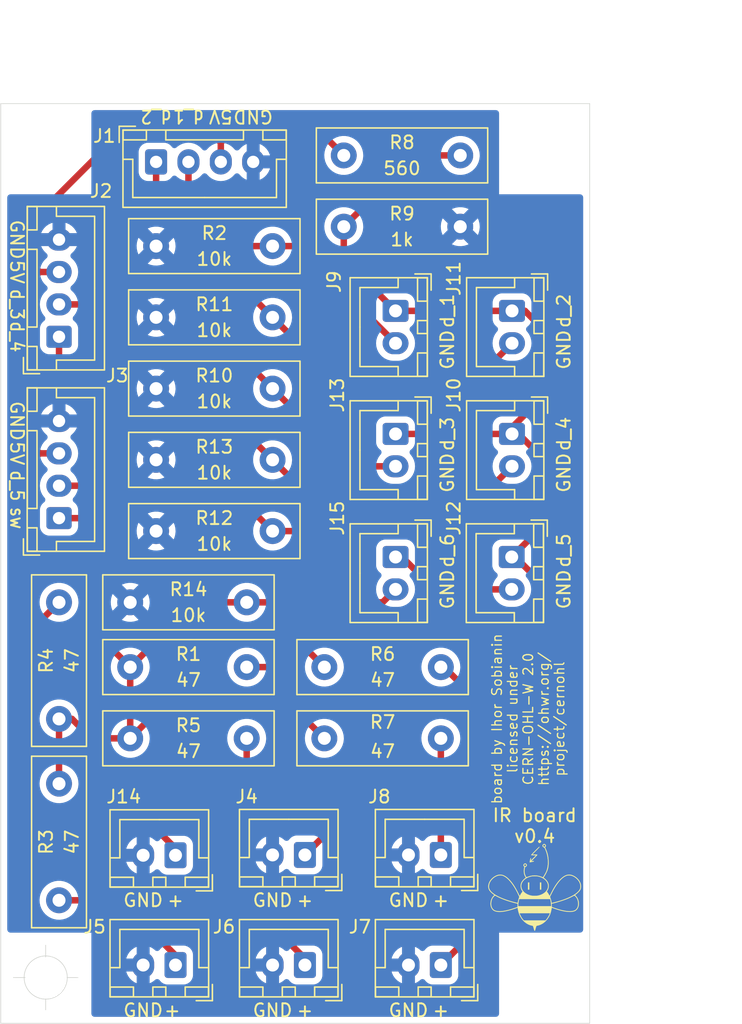
<source format=kicad_pcb>
(kicad_pcb (version 20211014) (generator pcbnew)
  (layers (0 "F.Cu" signal) (31 "B.Cu" signal) (34 "B.Paste" user) (35 "F.Paste" user) (36 "B.SilkS" user "B.Silkscreen") (37 "F.SilkS" user "F.Silkscreen") (38 "B.Mask" user) (39 "F.Mask" user) (44 "Edge.Cuts" user))
  (net 0 "")
  (net 1 "GND")
  (net 2 "+5V")
  (net 3 "d_2")
  (net 4 "d_1")
  (net 5 "d_4")
  (net 6 "d_3")
  (net 7 "d_6")
  (net 8 "d_5")
  (net 9 "Net-(J4-Pad1)")
  (net 10 "Net-(J5-Pad1)")
  (net 11 "Net-(J6-Pad1)")
  (net 12 "Net-(J7-Pad1)")
  (net 13 "Net-(J8-Pad1)")
  (net 14 "+3V3")
  (net 15 "Net-(R4-Pad1)")
  (footprint "Connector_JST:JST_XH_B4B-XH-A_1x04_P2.50mm_Vertical" (layer "F.Cu") (at 94 30)
    (fp_text reference "J1" (at -4 -2) (layer "F.SilkS"))
    (fp_text value "Conn_01x04")
    (pad "1" thru_hole roundrect locked (at 0 0) (size 1.7 1.95) (drill 0.95) (layers *.Cu *.Mask) (roundrect_rratio 0.1470588235) (net 3 "d_2"))
    (pad "2" thru_hole oval locked (at 2.5 0) (size 1.7 1.95) (drill 0.95) (layers *.Cu *.Mask) (net 4 "d_1"))
    (pad "3" thru_hole oval locked (at 5 0) (size 1.7 1.95) (drill 0.95) (layers *.Cu *.Mask) (net 2 "+5V"))
    (pad "4" thru_hole oval locked (at 7.5 0) (size 1.7 1.95) (drill 0.95) (layers *.Cu *.Mask) (net 1 "GND"))
  )
  (footprint "Resistor_THT:R_Box_L13.0mm_W4.0mm_P9.00mm" (layer "F.Cu") (at 92 69)
    (fp_text reference "R1" (at 4.5 -1) (layer "F.SilkS"))
    (fp_text value "47" (at 4.5 1) (layer "F.SilkS"))
    (pad "1" thru_hole circle locked (at 0 0) (size 2 2) (drill 1) (layers *.Cu *.Mask) (net 2 "+5V"))
    (pad "2" thru_hole circle locked (at 9 0) (size 2 2) (drill 1) (layers *.Cu *.Mask) (net 9 "Net-(J4-Pad1)"))
  )
  (footprint "Resistor_THT:R_Box_L13.0mm_W4.0mm_P9.00mm" (layer "F.Cu") (at 103 36.5 180)
    (fp_text reference "R2" (at 4.5 1) (layer "F.SilkS"))
    (fp_text value "10k" (at 4.5 -1) (layer "F.SilkS"))
    (pad "1" thru_hole circle locked (at 0 0 180) (size 2 2) (drill 1) (layers *.Cu *.Mask) (net 4 "d_1"))
    (pad "2" thru_hole circle locked (at 9 0 180) (size 2 2) (drill 1) (layers *.Cu *.Mask) (net 1 "GND"))
  )
  (footprint "logo-beehive:logo-beehive-7_2х6_7mm" (layer "F.Cu") (at 123.25 86)
    (fp_text reference "G***" hide)
    (fp_text value "LOGO" hide)
  )
  (footprint "MountingHole:MountingHole_3.2mm_M3_DIN965" (layer "F.Cu") (at 85.5 29 90)
    (fp_text reference "REF**" hide)
    (fp_text value "MountingHole_3.2mm_M3_DIN965" hide)
    (pad "" np_thru_hole circle locked (at 0 0 90) (size 3.2 3.2) (drill 3.2) (layers *.Cu *.Mask))
  )
  (footprint "MountingHole:MountingHole_3.2mm_M3_DIN965" (layer "F.Cu") (at 124 93 180)
    (fp_text reference "REF**" hide)
    (fp_text value "MountingHole_3.2mm_M3_DIN965" hide)
    (pad "" np_thru_hole circle locked (at 0 0 180) (size 3.2 3.2) (drill 3.2) (layers *.Cu *.Mask))
  )
  (footprint "MountingHole:MountingHole_3.2mm_M3_DIN965" (layer "F.Cu") (at 85.5 93 90)
    (fp_text reference "REF**" hide)
    (fp_text value "MountingHole_3.2mm_M3_DIN965" hide)
    (pad "" np_thru_hole circle locked (at 0 0 90) (size 3.2 3.2) (drill 3.2) (layers *.Cu *.Mask))
  )
  (footprint "MountingHole:MountingHole_3.2mm_M3_DIN965" (layer "F.Cu") (at 124 29 -90)
    (fp_text reference "REF**" hide)
    (fp_text value "MountingHole_3.2mm_M3_DIN965" hide)
    (pad "" np_thru_hole circle locked (at 0 0 270) (size 3.2 3.2) (drill 3.2) (layers *.Cu *.Mask))
  )
  (footprint "Connector_JST:JST_XH_B4B-XH-A_1x04_P2.50mm_Vertical" (layer "F.Cu") (at 86.5 43.5 90)
    (fp_text reference "J2" (at 11.25 3.25 180) (layer "F.SilkS"))
    (fp_text value "Conn_01x04")
    (pad "1" thru_hole roundrect locked (at 0 0 90) (size 1.7 1.95) (drill 0.95) (layers *.Cu *.Mask) (roundrect_rratio 0.1470588235) (net 5 "d_4"))
    (pad "2" thru_hole oval locked (at 2.5 0 90) (size 1.7 1.95) (drill 0.95) (layers *.Cu *.Mask) (net 6 "d_3"))
    (pad "3" thru_hole oval locked (at 5 0 90) (size 1.7 1.95) (drill 0.95) (layers *.Cu *.Mask) (net 2 "+5V"))
    (pad "4" thru_hole oval locked (at 7.5 0 90) (size 1.7 1.95) (drill 0.95) (layers *.Cu *.Mask) (net 1 "GND"))
  )
  (footprint "Connector_JST:JST_XH_B4B-XH-A_1x04_P2.50mm_Vertical" (layer "F.Cu") (at 86.5 57.5 90)
    (fp_text reference "J3" (at 11 4.5 180) (layer "F.SilkS"))
    (fp_text value "Conn_01x04")
    (pad "1" thru_hole roundrect locked (at 0 0 90) (size 1.7 1.95) (drill 0.95) (layers *.Cu *.Mask) (roundrect_rratio 0.1470588235) (net 7 "d_6"))
    (pad "2" thru_hole oval locked (at 2.5 0 90) (size 1.7 1.95) (drill 0.95) (layers *.Cu *.Mask) (net 8 "d_5"))
    (pad "3" thru_hole oval locked (at 5 0 90) (size 1.7 1.95) (drill 0.95) (layers *.Cu *.Mask) (net 2 "+5V"))
    (pad "4" thru_hole oval locked (at 7.5 0 90) (size 1.7 1.95) (drill 0.95) (layers *.Cu *.Mask) (net 1 "GND"))
  )
  (footprint "Connector_JST:JST_XH_B2B-XH-A_1x02_P2.50mm_Vertical" (layer "F.Cu") (at 105.5 83.5 180)
    (fp_text reference "J4" (at 4.5 4.5) (layer "F.SilkS"))
    (fp_text value "Conn_01x02")
    (pad "1" thru_hole roundrect locked (at 0 0 180) (size 1.7 2) (drill 1) (layers *.Cu *.Mask) (roundrect_rratio 0.1470588235) (net 9 "Net-(J4-Pad1)"))
    (pad "2" thru_hole oval locked (at 2.5 0 180) (size 1.7 2) (drill 1) (layers *.Cu *.Mask) (net 1 "GND"))
  )
  (footprint "Connector_JST:JST_XH_B2B-XH-A_1x02_P2.50mm_Vertical" (layer "F.Cu") (at 95.5 92 180)
    (fp_text reference "J5" (at 6.25 2.95) (layer "F.SilkS"))
    (fp_text value "Conn_01x02")
    (pad "1" thru_hole roundrect locked (at 0 0 180) (size 1.7 2) (drill 1) (layers *.Cu *.Mask) (roundrect_rratio 0.1470588235) (net 10 "Net-(J5-Pad1)"))
    (pad "2" thru_hole oval locked (at 2.5 0 180) (size 1.7 2) (drill 1) (layers *.Cu *.Mask) (net 1 "GND"))
  )
  (footprint "Connector_JST:JST_XH_B2B-XH-A_1x02_P2.50mm_Vertical" (layer "F.Cu") (at 105.5 92 180)
    (fp_text reference "J6" (at 6.25 2.95) (layer "F.SilkS"))
    (fp_text value "Conn_01x02")
    (pad "1" thru_hole roundrect locked (at 0 0 180) (size 1.7 2) (drill 1) (layers *.Cu *.Mask) (roundrect_rratio 0.1470588235) (net 11 "Net-(J6-Pad1)"))
    (pad "2" thru_hole oval locked (at 2.5 0 180) (size 1.7 2) (drill 1) (layers *.Cu *.Mask) (net 1 "GND"))
  )
  (footprint "Connector_JST:JST_XH_B2B-XH-A_1x02_P2.50mm_Vertical" (layer "F.Cu") (at 116 92 180)
    (fp_text reference "J7" (at 6.25 2.95) (layer "F.SilkS"))
    (fp_text value "Conn_01x02")
    (pad "1" thru_hole roundrect locked (at 0 0 180) (size 1.7 2) (drill 1) (layers *.Cu *.Mask) (roundrect_rratio 0.1470588235) (net 12 "Net-(J7-Pad1)"))
    (pad "2" thru_hole oval locked (at 2.5 0 180) (size 1.7 2) (drill 1) (layers *.Cu *.Mask) (net 1 "GND"))
  )
  (footprint "Connector_JST:JST_XH_B2B-XH-A_1x02_P2.50mm_Vertical" (layer "F.Cu") (at 116 83.5 180)
    (fp_text reference "J8" (at 4.75 4.5) (layer "F.SilkS"))
    (fp_text value "Conn_01x02")
    (pad "1" thru_hole roundrect locked (at 0 0 180) (size 1.7 2) (drill 1) (layers *.Cu *.Mask) (roundrect_rratio 0.1470588235) (net 13 "Net-(J8-Pad1)"))
    (pad "2" thru_hole oval locked (at 2.5 0 180) (size 1.7 2) (drill 1) (layers *.Cu *.Mask) (net 1 "GND"))
  )
  (footprint "Connector_JST:JST_XH_B2B-XH-A_1x02_P2.50mm_Vertical" (layer "F.Cu") (at 112.5 41.5 -90)
    (fp_text reference "J9" (at -2.25 4.75 90) (layer "F.SilkS"))
    (fp_text value "Conn_01x02")
    (pad "1" thru_hole roundrect locked (at 0 0 270) (size 1.7 2) (drill 1) (layers *.Cu *.Mask) (roundrect_rratio 0.1470588235) (net 14 "+3V3"))
    (pad "2" thru_hole oval locked (at 2.5 0 270) (size 1.7 2) (drill 1) (layers *.Cu *.Mask) (net 4 "d_1"))
  )
  (footprint "Connector_JST:JST_XH_B2B-XH-A_1x02_P2.50mm_Vertical" (layer "F.Cu") (at 121.5 51 -90)
    (fp_text reference "J10" (at -3 4.5 90) (layer "F.SilkS"))
    (fp_text value "Conn_01x02")
    (pad "1" thru_hole roundrect locked (at 0 0 270) (size 1.7 2) (drill 1) (layers *.Cu *.Mask) (roundrect_rratio 0.1470588235) (net 14 "+3V3"))
    (pad "2" thru_hole oval locked (at 2.5 0 270) (size 1.7 2) (drill 1) (layers *.Cu *.Mask) (net 5 "d_4"))
  )
  (footprint "Connector_JST:JST_XH_B2B-XH-A_1x02_P2.50mm_Vertical" (layer "F.Cu") (at 121.5 41.5 -90)
    (fp_text reference "J11" (at -2.5 4.5 90) (layer "F.SilkS"))
    (fp_text value "Conn_01x02")
    (pad "1" thru_hole roundrect locked (at 0 0 270) (size 1.7 2) (drill 1) (layers *.Cu *.Mask) (roundrect_rratio 0.1470588235) (net 14 "+3V3"))
    (pad "2" thru_hole oval locked (at 2.5 0 270) (size 1.7 2) (drill 1) (layers *.Cu *.Mask) (net 3 "d_2"))
  )
  (footprint "Connector_JST:JST_XH_B2B-XH-A_1x02_P2.50mm_Vertical" (layer "F.Cu") (at 121.475 60.5 -90)
    (fp_text reference "J12" (at -3 4.475 90) (layer "F.SilkS"))
    (fp_text value "Conn_01x02")
    (pad "1" thru_hole roundrect locked (at 0 0 270) (size 1.7 2) (drill 1) (layers *.Cu *.Mask) (roundrect_rratio 0.1470588235) (net 14 "+3V3"))
    (pad "2" thru_hole oval locked (at 2.5 0 270) (size 1.7 2) (drill 1) (layers *.Cu *.Mask) (net 8 "d_5"))
  )
  (footprint "Connector_JST:JST_XH_B2B-XH-A_1x02_P2.50mm_Vertical" (layer "F.Cu") (at 112.5 51 -90)
    (fp_text reference "J13" (at -3 4.5 90) (layer "F.SilkS"))
    (fp_text value "Conn_01x02")
    (pad "1" thru_hole roundrect locked (at 0 0 270) (size 1.7 2) (drill 1) (layers *.Cu *.Mask) (roundrect_rratio 0.1470588235) (net 14 "+3V3"))
    (pad "2" thru_hole oval locked (at 2.5 0 270) (size 1.7 2) (drill 1) (layers *.Cu *.Mask) (net 6 "d_3"))
  )
  (footprint "Resistor_THT:R_Box_L13.0mm_W4.0mm_P9.00mm" (layer "F.Cu") (at 86.5 78 -90)
    (fp_text reference "R3" (at 4.5 1 90) (layer "F.SilkS"))
    (fp_text value "47" (at 4.5 -1 90) (layer "F.SilkS"))
    (pad "1" thru_hole circle locked (at 0 0 270) (size 2 2) (drill 1) (layers *.Cu *.Mask) (net 2 "+5V"))
    (pad "2" thru_hole circle locked (at 9 0 270) (size 2 2) (drill 1) (layers *.Cu *.Mask) (net 10 "Net-(J5-Pad1)"))
  )
  (footprint "Resistor_THT:R_Box_L13.0mm_W4.0mm_P9.00mm" (layer "F.Cu") (at 86.5 64 -90)
    (fp_text reference "R4" (at 4.5 1 -270) (layer "F.SilkS"))
    (fp_text value "47" (at 4.5 -1 -270) (layer "F.SilkS"))
    (pad "1" thru_hole circle locked (at 0 0 270) (size 2 2) (drill 1) (layers *.Cu *.Mask) (net 15 "Net-(R4-Pad1)"))
    (pad "2" thru_hole circle locked (at 9 0 270) (size 2 2) (drill 1) (layers *.Cu *.Mask) (net 2 "+5V"))
  )
  (footprint "Resistor_THT:R_Box_L13.0mm_W4.0mm_P9.00mm" (layer "F.Cu") (at 92 74.5)
    (fp_text reference "R5" (at 4.5 -1) (layer "F.SilkS"))
    (fp_text value "47" (at 4.5 1) (layer "F.SilkS"))
    (pad "1" thru_hole circle locked (at 0 0) (size 2 2) (drill 1) (layers *.Cu *.Mask) (net 2 "+5V"))
    (pad "2" thru_hole circle locked (at 9 0) (size 2 2) (drill 1) (layers *.Cu *.Mask) (net 11 "Net-(J6-Pad1)"))
  )
  (footprint "Resistor_THT:R_Box_L13.0mm_W4.0mm_P9.00mm" (layer "F.Cu") (at 107 69)
    (fp_text reference "R6" (at 4.5 -1) (layer "F.SilkS"))
    (fp_text value "47" (at 4.5 1) (layer "F.SilkS"))
    (pad "1" thru_hole circle locked (at 0 0) (size 2 2) (drill 1) (layers *.Cu *.Mask) (net 2 "+5V"))
    (pad "2" thru_hole circle locked (at 9 0) (size 2 2) (drill 1) (layers *.Cu *.Mask) (net 12 "Net-(J7-Pad1)"))
  )
  (footprint "Resistor_THT:R_Box_L13.0mm_W4.0mm_P9.00mm" (layer "F.Cu") (at 107 74.5)
    (fp_text reference "R7" (at 4.5 -1.25) (layer "F.SilkS"))
    (fp_text value "47" (at 4.5 1) (layer "F.SilkS"))
    (pad "1" thru_hole circle locked (at 0 0) (size 2 2) (drill 1) (layers *.Cu *.Mask) (net 2 "+5V"))
    (pad "2" thru_hole circle locked (at 9 0) (size 2 2) (drill 1) (layers *.Cu *.Mask) (net 13 "Net-(J8-Pad1)"))
  )
  (footprint "Resistor_THT:R_Box_L13.0mm_W4.0mm_P9.00mm" (layer "F.Cu") (at 108.5 29.5)
    (fp_text reference "R8" (at 4.5 -1) (layer "F.SilkS"))
    (fp_text value "560" (at 4.5 1) (layer "F.SilkS"))
    (pad "1" thru_hole circle locked (at 0 0) (size 2 2) (drill 1) (layers *.Cu *.Mask) (net 2 "+5V"))
    (pad "2" thru_hole circle locked (at 9 0) (size 2 2) (drill 1) (layers *.Cu *.Mask) (net 14 "+3V3"))
  )
  (footprint "Resistor_THT:R_Box_L13.0mm_W4.0mm_P9.00mm" (layer "F.Cu") (at 108.5 35)
    (fp_text reference "R9" (at 4.5 -1) (layer "F.SilkS"))
    (fp_text value "1k" (at 4.5 1) (layer "F.SilkS"))
    (pad "1" thru_hole circle locked (at 0 0) (size 2 2) (drill 1) (layers *.Cu *.Mask) (net 14 "+3V3"))
    (pad "2" thru_hole circle locked (at 9 0) (size 2 2) (drill 1) (layers *.Cu *.Mask) (net 1 "GND"))
  )
  (footprint "Resistor_THT:R_Box_L13.0mm_W4.0mm_P9.00mm" (layer "F.Cu") (at 103 47.5 180)
    (fp_text reference "R10" (at 4.5 1) (layer "F.SilkS"))
    (fp_text value "10k" (at 4.5 -1) (layer "F.SilkS"))
    (pad "1" thru_hole circle locked (at 0 0 180) (size 2 2) (drill 1) (layers *.Cu *.Mask) (net 6 "d_3"))
    (pad "2" thru_hole circle locked (at 9 0 180) (size 2 2) (drill 1) (layers *.Cu *.Mask) (net 1 "GND"))
  )
  (footprint "Resistor_THT:R_Box_L13.0mm_W4.0mm_P9.00mm" (layer "F.Cu") (at 103 42 180)
    (fp_text reference "R11" (at 4.5 1) (layer "F.SilkS"))
    (fp_text value "10k" (at 4.5 -1) (layer "F.SilkS"))
    (pad "1" thru_hole circle locked (at 0 0 180) (size 2 2) (drill 1) (layers *.Cu *.Mask) (net 3 "d_2"))
    (pad "2" thru_hole circle locked (at 9 0 180) (size 2 2) (drill 1) (layers *.Cu *.Mask) (net 1 "GND"))
  )
  (footprint "Resistor_THT:R_Box_L13.0mm_W4.0mm_P9.00mm" (layer "F.Cu") (at 103 58.5 180)
    (fp_text reference "R12" (at 4.5 1) (layer "F.SilkS"))
    (fp_text value "10k" (at 4.5 -1) (layer "F.SilkS"))
    (pad "1" thru_hole circle locked (at 0 0 180) (size 2 2) (drill 1) (layers *.Cu *.Mask) (net 8 "d_5"))
    (pad "2" thru_hole circle locked (at 9 0 180) (size 2 2) (drill 1) (layers *.Cu *.Mask) (net 1 "GND"))
  )
  (footprint "Resistor_THT:R_Box_L13.0mm_W4.0mm_P9.00mm" (layer "F.Cu") (at 103 53 180)
    (fp_text reference "R13" (at 4.5 1) (layer "F.SilkS"))
    (fp_text value "10k" (at 4.5 -1) (layer "F.SilkS"))
    (pad "1" thru_hole circle locked (at 0 0 180) (size 2 2) (drill 1) (layers *.Cu *.Mask) (net 5 "d_4"))
    (pad "2" thru_hole circle locked (at 9 0 180) (size 2 2) (drill 1) (layers *.Cu *.Mask) (net 1 "GND"))
  )
  (footprint "Connector_JST:JST_XH_B2B-XH-A_1x02_P2.50mm_Vertical" (layer "F.Cu") (at 95.5 83.525 180)
    (fp_text reference "J14" (at 4 4.525) (layer "F.SilkS"))
    (fp_text value "Conn_01x02")
    (pad "1" thru_hole roundrect (at 0 0 180) (size 1.7 2) (drill 1) (layers *.Cu *.Mask) (roundrect_rratio 0.1470588235) (net 15 "Net-(R4-Pad1)"))
    (pad "2" thru_hole oval (at 2.5 0 180) (size 1.7 2) (drill 1) (layers *.Cu *.Mask) (net 1 "GND"))
  )
  (footprint "Connector_JST:JST_XH_B2B-XH-A_1x02_P2.50mm_Vertical" (layer "F.Cu") (at 112.5 60.5 -90)
    (fp_text reference "J15" (at -3 4.5 90) (layer "F.SilkS"))
    (fp_text value "Conn_01x02")
    (pad "1" thru_hole roundrect (at 0 0 270) (size 1.7 2) (drill 1) (layers *.Cu *.Mask) (roundrect_rratio 0.1470588235) (net 14 "+3V3"))
    (pad "2" thru_hole oval (at 2.5 0 270) (size 1.7 2) (drill 1) (layers *.Cu *.Mask) (net 7 "d_6"))
  )
  (footprint "Resistor_THT:R_Box_L13.0mm_W4.0mm_P9.00mm" (layer "F.Cu") (at 101 64 180)
    (fp_text reference "R14" (at 4.5 1) (layer "F.SilkS"))
    (fp_text value "10k" (at 4.5 -1) (layer "F.SilkS"))
    (pad "1" thru_hole circle (at 0 0 180) (size 2 2) (drill 1) (layers *.Cu *.Mask) (net 7 "d_6"))
    (pad "2" thru_hole circle (at 9 0 180) (size 2 2) (drill 1) (layers *.Cu *.Mask) (net 1 "GND"))
  )
  (gr_line (start 82 96.5) (end 127.5 96.5) (layer "Edge.Cuts") (width 0.05))
  (gr_line (start 82 74) (end 82 96.5) (layer "Edge.Cuts") (width 0.05))
  (gr_line (start 82 25.5) (end 127.5 25.5) (layer "Edge.Cuts") (width 0.05))
  (gr_line (start 127.5 25.5) (end 127.5 96.5) (layer "Edge.Cuts") (width 0.05))
  (gr_line (start 82 74) (end 82 25.5) (layer "Edge.Cuts") (width 0.05))
  (gr_text "5V" (at 83.25 38.5 270) (layer "F.SilkS") (effects (font (size 1 1))))
  (gr_text "d_4" (at 83.25 43.5 270) (layer "F.SilkS") (effects (font (size 1 0.9))))
  (gr_text "GND" (at 83.25 36 270) (layer "F.SilkS") (effects (font (size 1 1))))
  (gr_text "d_3" (at 83.25 41 270) (layer "F.SilkS") (effects (font (size 1 0.9))))
  (gr_text "d_2" (at 94 26.5 180) (layer "F.SilkS") (effects (font (size 1 0.9))))
  (gr_text "5V" (at 99 26.5 180) (layer "F.SilkS") (effects (font (size 1 1))))
  (gr_text "GND" (at 101.5 26.5 180) (layer "F.SilkS") (effects (font (size 1 1))))
  (gr_text "d_1" (at 96.5 26.5 180) (layer "F.SilkS") (effects (font (size 1 0.9))))
  (gr_text "d_5" (at 83.25 55 270) (layer "F.SilkS") (effects (font (size 1 0.9))))
  (gr_text "sw" (at 83.25 57.5 270) (layer "F.SilkS") (effects (font (size 1 0.9))))
  (gr_text "5V" (at 83.25 52.5 270) (layer "F.SilkS") (effects (font (size 1 1))))
  (gr_text "GND" (at 83.25 50 270) (layer "F.SilkS") (effects (font (size 1 1))))
  (gr_text "GND" (at 125.5 44.5 90) (layer "F.SilkS") (effects (font (size 1 1))))
  (gr_text "GND" (at 125.5 54 90) (layer "F.SilkS") (effects (font (size 1 1))))
  (gr_text "GND" (at 116.5 54 90) (layer "F.SilkS") (effects (font (size 1 1))))
  (gr_text "GND" (at 125.5 63 90) (layer "F.SilkS") (effects (font (size 1 1))))
  (gr_text "d_3" (at 116.5 51 90) (layer "F.SilkS") (effects (font (size 1 1))))
  (gr_text "d_5" (at 125.5 60 90) (layer "F.SilkS") (effects (font (size 1 1))))
  (gr_text "d_1" (at 116.5 41.5 90) (layer "F.SilkS") (effects (font (size 1 1))))
  (gr_text "GND" (at 116.5 44.5 90) (layer "F.SilkS") (effects (font (size 1 1))))
  (gr_text "GND" (at 93 95.5) (layer "F.SilkS") (effects (font (size 1 1))))
  (gr_text "+" (at 95.25 95.5) (layer "F.SilkS") (effects (font (size 1 1))))
  (gr_text "GND" (at 103 87) (layer "F.SilkS") (effects (font (size 1 1))))
  (gr_text "+" (at 105.5 87) (layer "F.SilkS") (effects (font (size 1 1))))
  (gr_text "board by Ihor Sobianin\nlicensed under\nCERN-OHL-W 2.0\nhttps://ohwr.org/\nproject/cernohl" (at 122.75 73 90) (layer "F.SilkS") (effects (font (size 0.75 0.75) (thickness 0.1))))
  (gr_text "d_4" (at 125.5 51 90) (layer "F.SilkS") (effects (font (size 1 1))))
  (gr_text "+" (at 116 87) (layer "F.SilkS") (effects (font (size 1 1))))
  (gr_text "GND" (at 116.5 63 90) (layer "F.SilkS") (effects (font (size 1 1))))
  (gr_text "IR board\nv0.4\n" (at 123.25 81.25) (layer "F.SilkS") (effects (font (size 1 1))))
  (gr_text "+" (at 95.5 87) (layer "F.SilkS") (effects (font (size 1 1))))
  (gr_text "GND" (at 113.5 87) (layer "F.SilkS") (effects (font (size 1 1))))
  (gr_text "GND" (at 93 87) (layer "F.SilkS") (effects (font (size 1 1))))
  (gr_text "d_6" (at 116.5 60 90) (layer "F.SilkS") (effects (font (size 1 1))))
  (gr_text "GND" (at 113.5 95.5) (layer "F.SilkS") (effects (font (size 1 1))))
  (gr_text "+" (at 116 95.5) (layer "F.SilkS") (effects (font (size 1 1))))
  (gr_text "GND" (at 103 95.5) (layer "F.SilkS") (effects (font (size 1 1))))
  (gr_text "+" (at 105.5 95.5) (layer "F.SilkS") (effects (font (size 1 1))))
  (gr_text "d_2" (at 125.5 41.5 90) (layer "F.SilkS") (effects (font (size 1 1))))
  (target plus (at 85.471 92.964) (size 5) (width 0.05) (layer "Edge.Cuts"))
  (segment (start 84.5 34.5) (end 91 28) (width 0.5) (layer "F.Cu") (net 2))
  (segment (start 85 38.5) (end 84.5 38) (width 0.5) (layer "F.Cu") (net 2))
  (segment (start 104.5 72) (end 107 74.5) (width 0.5) (layer "F.Cu") (net 2))
  (segment (start 88.5 62.676999) (end 88.5 65.5) (width 0.5) (layer "F.Cu") (net 2))
  (segment (start 84.5 38) (end 84.5 34.5) (width 0.5) (layer "F.Cu") (net 2))
  (segment (start 89 74.5) (end 87.5 73) (width 0.5) (layer "F.Cu") (net 2))
  (segment (start 107 28) (end 108.5 29.5) (width 0.5) (layer "F.Cu") (net 2))
  (segment (start 84.5 58.676999) (end 88.5 62.676999) (width 0.5) (layer "F.Cu") (net 2))
  (segment (start 85 38.5) (end 84.5 39) (width 0.5) (layer "F.Cu") (net 2))
  (segment (start 86.5 38.5) (end 85 38.5) (width 0.5) (layer "F.Cu") (net 2))
  (segment (start 92 69) (end 92 74.5) (width 0.5) (layer "F.Cu") (net 2))
  (segment (start 86.5 52.5) (end 85 52.5) (width 0.5) (layer "F.Cu") (net 2))
  (segment (start 86.5 73) (end 86.5 78) (width 0.5) (layer "F.Cu") (net 2))
  (segment (start 94.5 72) (end 104.5 72) (width 0.5) (layer "F.Cu") (net 2))
  (segment (start 84.5 52) (end 84.5 53) (width 0.5) (layer "F.Cu") (net 2))
  (segment (start 84.5 39) (end 84.5 38.75) (width 0.5) (layer "F.Cu") (net 2))
  (segment (start 84.5 53) (end 84.5 58.676999) (width 0.5) (layer "F.Cu") (net 2))
  (segment (start 105 67) (end 107 69) (width 0.5) (layer "F.Cu") (net 2))
  (segment (start 92 74.5) (end 89 74.5) (width 0.5) (layer "F.Cu") (net 2))
  (segment (start 91 28) (end 98.5 28) (width 0.5) (layer "F.Cu") (net 2))
  (segment (start 99 28.5) (end 99.5 28) (width 0.5) (layer "F.Cu") (net 2))
  (segment (start 99 28.5) (end 99 30) (width 0.5) (layer "F.Cu") (net 2))
  (segment (start 84.5 38) (end 84.5 38.75) (width 0.5) (layer "F.Cu") (net 2))
  (segment (start 92 69) (end 94 67) (width 0.5) (layer "F.Cu") (net 2))
  (segment (start 98.5 28) (end 99 28.5) (width 0.5) (layer "F.Cu") (net 2))
  (segment (start 88.5 65.5) (end 92 69) (width 0.5) (layer "F.Cu") (net 2))
  (segment (start 92 74.5) (end 94.5 72) (width 0.5) (layer "F.Cu") (net 2))
  (segment (start 84.5 38.75) (end 84.5 52) (width 0.5) (layer "F.Cu") (net 2))
  (segment (start 84.5 52) (end 85 52.5) (width 0.5) (layer "F.Cu") (net 2))
  (segment (start 99.5 28) (end 107 28) (width 0.5) (layer "F.Cu") (net 2))
  (segment (start 98.5 28) (end 99.5 28) (width 0.5) (layer "F.Cu") (net 2))
  (segment (start 87.5 73) (end 86.5 73) (width 0.5) (layer "F.Cu") (net 2))
  (segment (start 94 67) (end 105 67) (width 0.5) (layer "F.Cu") (net 2))
  (segment (start 85 52.5) (end 84.5 53) (width 0.5) (layer "F.Cu") (net 2))
  (segment (start 118.423 47.077) (end 121.5 44) (width 0.5) (layer "F.Cu") (net 3))
  (segment (start 103 42) (end 108.077 47.077) (width 0.5) (layer "F.Cu") (net 3))
  (segment (start 108.077 47.077) (end 118.423 47.077) (width 0.5) (layer "F.Cu") (net 3))
  (segment (start 94 33) (end 103 42) (width 0.5) (layer "F.Cu") (net 3))
  (segment (start 94 30) (end 94 33) (width 0.5) (layer "F.Cu") (net 3))
  (segment (start 96.5 31.984) (end 101.016 36.5) (width 0.5) (layer "F.Cu") (net 4))
  (segment (start 101.016 36.5) (end 103 36.5) (width 0.5) (layer "F.Cu") (net 4))
  (segment (start 103 36.5) (end 105 36.5) (width 0.5) (layer "F.Cu") (net 4))
  (segment (start 96.5 30) (end 96.5 31.984) (width 0.5) (layer "F.Cu") (net 4))
  (segment (start 105 36.5) (end 112.5 44) (width 0.5) (layer "F.Cu") (net 4))
  (segment (start 105.575 55.537) (end 107.061 57.023) (width 0.5) (layer "F.Cu") (net 5))
  (segment (start 86.5 47.13) (end 90.17 50.8) (width 0.5) (layer "F.Cu") (net 5))
  (segment (start 100.8 50.8) (end 103 53) (width 0.5) (layer "F.Cu") (net 5))
  (segment (start 103 53) (end 105.537 55.537) (width 0.5) (layer "F.Cu") (net 5))
  (segment (start 90.17 50.8) (end 100.8 50.8) (width 0.5) (layer "F.Cu") (net 5))
  (segment (start 107.061 57.023) (end 117.977 57.023) (width 0.5) (layer "F.Cu") (net 5))
  (segment (start 117.977 57.023) (end 121.5 53.5) (width 0.5) (layer "F.Cu") (net 5))
  (segment (start 105.537 55.537) (end 105.575 55.537) (width 0.5) (layer "F.Cu") (net 5))
  (segment (start 86.5 43.5) (end 86.5 47.13) (width 0.5) (layer "F.Cu") (net 5))
  (segment (start 106.426 50.927) (end 108.999 53.5) (width 0.5) (layer "F.Cu") (net 6))
  (segment (start 100.204 44.704) (end 103 47.5) (width 0.5) (layer "F.Cu") (net 6))
  (segment (start 88.498 41) (end 92.202 44.704) (width 0.5) (layer "F.Cu") (net 6))
  (segment (start 108.999 53.5) (end 112.5 53.5) (width 0.5) (layer "F.Cu") (net 6))
  (segment (start 103 47.5) (end 106.426 50.926) (width 0.5) (layer "F.Cu") (net 6))
  (segment (start 86.5 41) (end 88.498 41) (width 0.5) (layer "F.Cu") (net 6))
  (segment (start 106.426 50.926) (end 106.426 50.927) (width 0.5) (layer "F.Cu") (net 6))
  (segment (start 92.202 44.704) (end 100.204 44.704) (width 0.5) (layer "F.Cu") (net 6))
  (segment (start 111.5 64) (end 112.5 63) (width 0.5) (layer "F.Cu") (net 7))
  (segment (start 95.5 64) (end 101 64) (width 0.5) (layer "F.Cu") (net 7))
  (segment (start 101 64) (end 111.5 64) (width 0.5) (layer "F.Cu") (net 7))
  (segment (start 89 57.5) (end 95.5 64) (width 0.5) (layer "F.Cu") (net 7))
  (segment (start 86.5 57.5) (end 89 57.5) (width 0.5) (layer "F.Cu") (net 7))
  (segment (start 119.25 63) (end 121.475 63) (width 0.5) (layer "F.Cu") (net 8))
  (segment (start 103 58.5) (end 114.75 58.5) (width 0.5) (layer "F.Cu") (net 8))
  (segment (start 99.5 55) (end 103 58.5) (width 0.5) (layer "F.Cu") (net 8))
  (segment (start 86.5 55) (end 99.5 55) (width 0.5) (layer "F.Cu") (net 8))
  (segment (start 114.75 58.5) (end 119.25 63) (width 0.5) (layer "F.Cu") (net 8))
  (segment (start 109 73.75) (end 109 80) (width 0.5) (layer "F.Cu") (net 9))
  (segment (start 109 80) (end 105.5 83.5) (width 0.5) (layer "F.Cu") (net 9))
  (segment (start 104.25 69) (end 109 73.75) (width 0.5) (layer "F.Cu") (net 9))
  (segment (start 101 69) (end 104.25 69) (width 0.5) (layer "F.Cu") (net 9))
  (segment (start 95.5 91.25) (end 95.5 92) (width 0.5) (layer "F.Cu") (net 10))
  (segment (start 91.25 87) (end 95.5 91.25) (width 0.5) (layer "F.Cu") (net 10))
  (segment (start 86.5 87) (end 91.25 87) (width 0.5) (layer "F.Cu") (net 10))
  (segment (start 105.5 92) (end 105.5 91.5) (width 0.5) (layer "F.Cu") (net 11))
  (segment (start 105.5 91.5) (end 101 87) (width 0.5) (layer "F.Cu") (net 11))
  (segment (start 101 87) (end 101 74.5) (width 0.5) (layer "F.Cu") (net 11))
  (segment (start 118.75 71.5) (end 116 68.75) (width 0.5) (layer "F.Cu") (net 12))
  (segment (start 116 92) (end 118.75 89.25) (width 0.5) (layer "F.Cu") (net 12))
  (segment (start 118.75 89.25) (end 118.75 71.5) (width 0.5) (layer "F.Cu") (net 12))
  (segment (start 116 74.5) (end 116 83.5) (width 0.5) (layer "F.Cu") (net 13))
  (segment (start 114 29.5) (end 108.5 35) (width 0.5) (layer "F.Cu") (net 14))
  (segment (start 124 64) (end 122.5 65.5) (width 0.5) (layer "F.Cu") (net 14))
  (segment (start 124 62.75) (end 124 64) (width 0.5) (layer "F.Cu") (net 14))
  (segment (start 124 53) (end 124 57.975) (width 0.5) (layer "F.Cu") (net 14))
  (segment (start 112.5 41.5) (end 121.5 41.5) (width 0.5) (layer "F.Cu") (net 14))
  (segment (start 108.5 35) (end 108.5 37.5) (width 0.5) (layer "F.Cu") (net 14))
  (segment (start 118 65.5) (end 113 60.5) (width 0.5) (layer "F.Cu") (net 14))
  (segment (start 121.5 41.5) (end 122.5 41.5) (width 0.5) (layer "F.Cu") (net 14))
  (segment (start 122.5 41.5) (end 124 43) (width 0.5) (layer "F.Cu") (net 14))
  (segment (start 124 57.975) (end 121.475 60.5) (width 0.5) (layer "F.Cu") (net 14))
  (segment (start 121.75 60.5) (end 124 62.75) (width 0.5) (layer "F.Cu") (net 14))
  (segment (start 124 43) (end 124 48) (width 0.5) (layer "F.Cu") (net 14))
  (segment (start 121.5 51) (end 112.5 51) (width 0.5) (layer "F.Cu") (net 14))
  (segment (start 121.475 60.5) (end 121.75 60.5) (width 0.5) (layer "F.Cu") (net 14))
  (segment (start 122.5 65.5) (end 118 65.5) (width 0.5) (layer "F.Cu") (net 14))
  (segment (start 124 48) (end 121.5 50.5) (width 0.5) (layer "F.Cu") (net 14))
  (segment (start 113 60.5) (end 112.5 60.5) (width 0.5) (layer "F.Cu") (net 14))
  (segment (start 122 51) (end 124 53) (width 0.5) (layer "F.Cu") (net 14))
  (segment (start 121.5 50.5) (end 121.5 51) (width 0.5) (layer "F.Cu") (net 14))
  (segment (start 108.5 37.5) (end 112.5 41.5) (width 0.5) (layer "F.Cu") (net 14))
  (segment (start 117.5 29.5) (end 114 29.5) (width 0.5) (layer "F.Cu") (net 14))
  (segment (start 121.5 51) (end 122 51) (width 0.5) (layer "F.Cu") (net 14))
  (segment (start 84.5 66) (end 86.5 64) (width 0.5) (layer "F.Cu") (net 15))
  (segment (start 85.75 81.25) (end 84.5 80) (width 0.5) (layer "F.Cu") (net 15))
  (segment (start 95.5 83) (end 93.75 81.25) (width 0.5) (layer "F.Cu") (net 15))
  (segment (start 95.5 83.525) (end 95.5 83) (width 0.5) (layer "F.Cu") (net 15))
  (segment (start 84.5 80) (end 84.5 66) (width 0.5) (layer "F.Cu") (net 15))
  (segment (start 93.75 81.25) (end 85.75 81.25) (width 0.5) (layer "F.Cu") (net 15))
  (zone (net 1) (net_name "GND") (layer "B.Cu") (connect_pads (clearance 0.5)) (min_thickness 0.5) (fill yes (thermal_gap 0.5) (thermal_bridge_width 1))
    (polygon (pts (xy 82.5 32.5) (xy 89 32.5) (xy 89 26) (xy 120.5 26) (xy 120.5 32.5) (xy 126.5 32.5) (xy 127 32.5) (xy 127 89.5) (xy 120.5 89.5) (xy 120.5 96) (xy 89 96) (xy 89 89.5) (xy 82.5 89.5)))
  )
)
</source>
